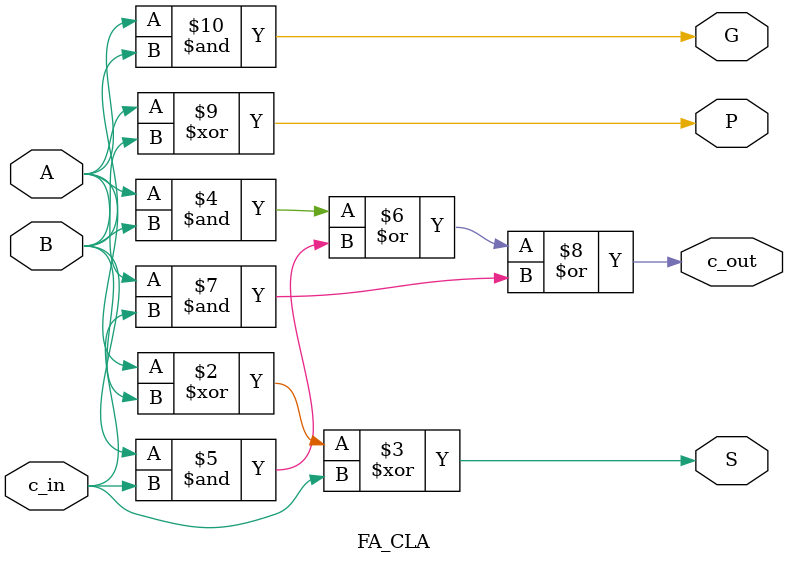
<source format=sv>
module FA_CLA (input A, B, c_in, output logic S, c_out, P, G);

	always_comb begin
		S = A ^ B ^ c_in;
		c_out = (A & B) | (B & c_in) | (A & c_in);
		P = A ^ B;
		G = A & B;
	end

endmodule
</source>
